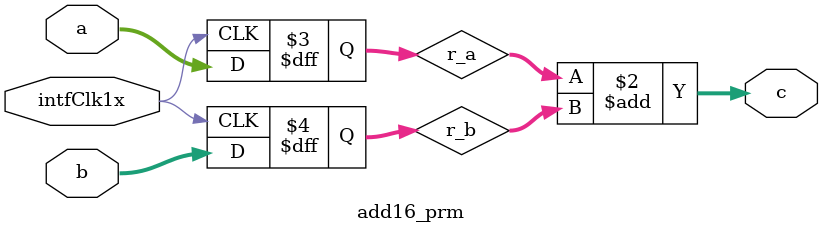
<source format=v>
module add8_prm (
input	[7:0]	a, b,
input		cyin,
output	[7:0]	c,
output		cyout
);

wire [8:0] t = a + b + cyin;
assign c = t[7:0];
assign cyout = t[8];

endmodule


module add16_prm (
input		intfClk1x,
input	[15:0]	a, b,
output	[15:0]	c
);

reg [15:0] r_a, r_b;
always @(posedge intfClk1x) begin
	r_a <= a;
	r_b <= b;
end
assign c = r_a + r_b;

endmodule

</source>
